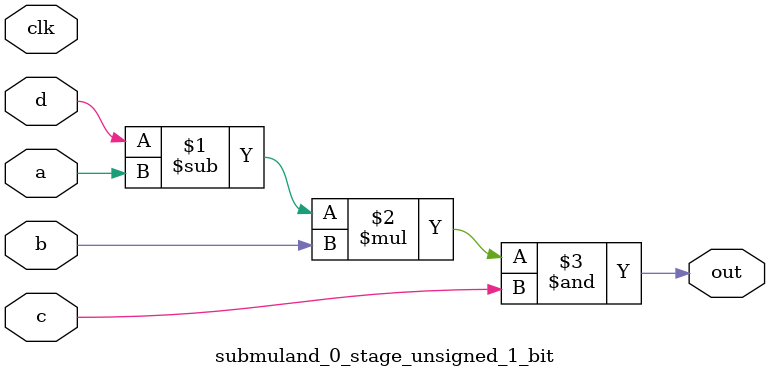
<source format=sv>
(* use_dsp = "yes" *) module submuland_0_stage_unsigned_1_bit(
	input  [0:0] a,
	input  [0:0] b,
	input  [0:0] c,
	input  [0:0] d,
	output [0:0] out,
	input clk);

	assign out = ((d - a) * b) & c;
endmodule

</source>
